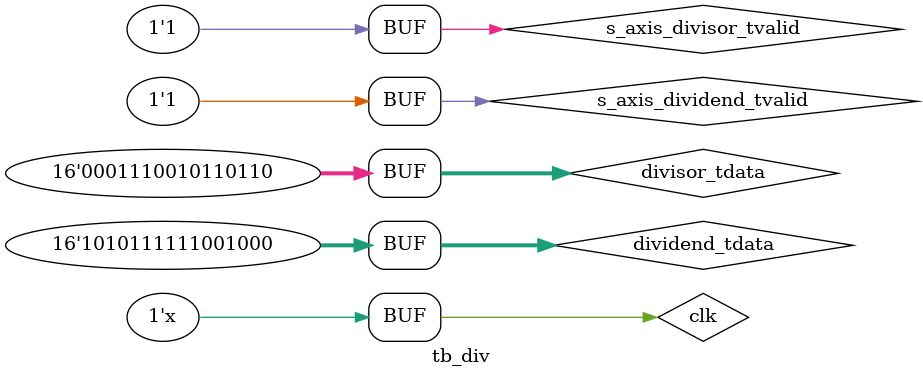
<source format=v>
`timescale 1ns / 1ps


module tb_div();

reg clk = 0;
always #10 clk = ~clk;

wire s_axis_divisor_tready;
wire s_axis_dividend_tready;
wire m_axis_dout_tvalid;
reg [15:0] divisor_tdata;
reg [15:0] dividend_tdata;
wire [31:0] m_axis_dout_tdata;

reg s_axis_divisor_tvalid = 0;
reg s_axis_dividend_tvalid = 0;

initial begin
#500
s_axis_divisor_tvalid = 1;
s_axis_dividend_tvalid = 1;
divisor_tdata = 500;
dividend_tdata = 10000;
#20
divisor_tdata = 200;
dividend_tdata = 10000;
#10
divisor_tdata = 7350;
dividend_tdata = 45000;
end


div_gen_0 diveered (
  .aclk(clk),                                      // input wire aclk
  .s_axis_divisor_tvalid(s_axis_divisor_tvalid),    // input wire s_axis_divisor_tvalid
  .s_axis_divisor_tready(s_axis_divisor_tready),    // output wire s_axis_divisor_tready
  .s_axis_divisor_tdata(divisor_tdata),      // input wire [15 : 0] s_axis_divisor_tdata
  .s_axis_dividend_tvalid(s_axis_dividend_tvalid),  // input wire s_axis_dividend_tvalid
  .s_axis_dividend_tready(s_axis_dividend_tready),  // output wire s_axis_dividend_tready
  .s_axis_dividend_tdata(dividend_tdata),    // input wire [15 : 0] s_axis_dividend_tdata
  .m_axis_dout_tvalid(m_axis_dout_tvalid),          // output wire m_axis_dout_tvalid
  .m_axis_dout_tdata(m_axis_dout_tdata)            // output wire [31 : 0] m_axis_dout_tdata
);

wire [15:0] quo;
wire [15:0] rem;
wire ack;

divfunc
#(
    .XLEN(16),
    .STAGE_LIST(16'h0000)
)
_divfunc(

    .clk(clk),
    .rst(1'b0),

    .a(dividend_tdata),
    .b(divisor_tdata),
    .vld(s_axis_divisor_tvalid),


    .quo(quo),
    .rem(rem),
    .ack(ack)

);

endmodule

</source>
